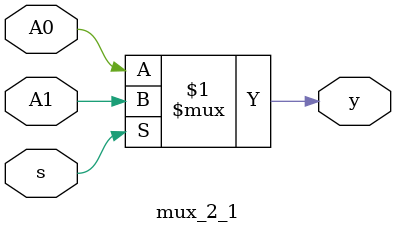
<source format=v>
`timescale 1ns / 1ps


module mux_2_1(
  input s,
  input A0, A1,
  output y);
  
  assign y = s ? A1 : A0;
endmodule

</source>
